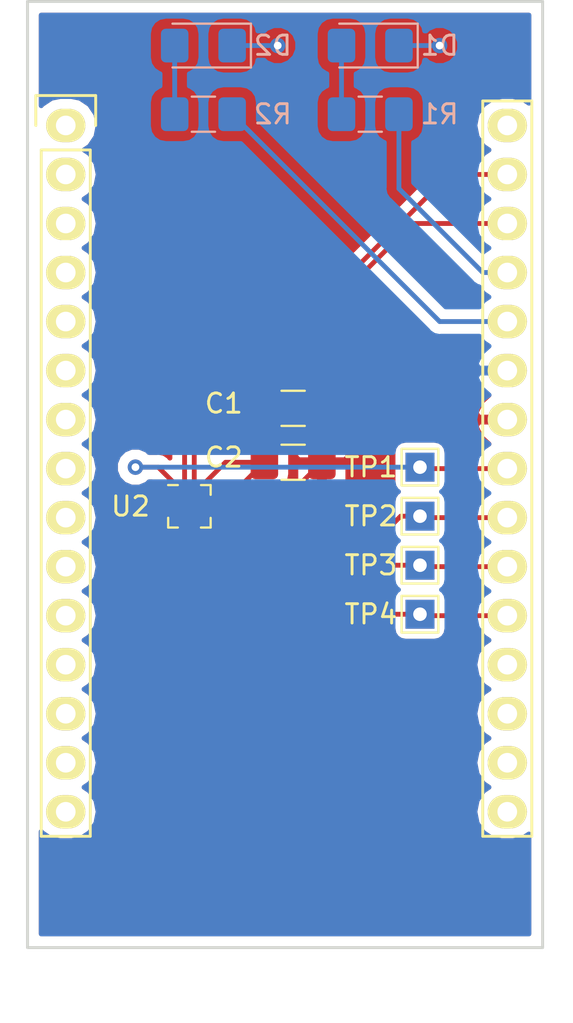
<source format=kicad_pcb>
(kicad_pcb (version 20171130) (host pcbnew 5.0.0-2.fc28)

  (general
    (thickness 1.6)
    (drawings 4)
    (tracks 69)
    (zones 0)
    (modules 12)
    (nets 33)
  )

  (page A4)
  (layers
    (0 F.Cu signal)
    (31 B.Cu signal)
    (32 B.Adhes user)
    (33 F.Adhes user)
    (34 B.Paste user)
    (35 F.Paste user)
    (36 B.SilkS user)
    (37 F.SilkS user)
    (38 B.Mask user)
    (39 F.Mask user)
    (40 Dwgs.User user)
    (41 Cmts.User user)
    (42 Eco1.User user)
    (43 Eco2.User user)
    (44 Edge.Cuts user)
    (45 Margin user)
    (46 B.CrtYd user)
    (47 F.CrtYd user)
    (48 B.Fab user)
    (49 F.Fab user)
  )

  (setup
    (last_trace_width 0.25)
    (user_trace_width 0.1)
    (trace_clearance 0.2)
    (zone_clearance 0.508)
    (zone_45_only no)
    (trace_min 0.1)
    (segment_width 0.2)
    (edge_width 0.15)
    (via_size 0.8)
    (via_drill 0.4)
    (via_min_size 0.4)
    (via_min_drill 0.3)
    (uvia_size 0.3)
    (uvia_drill 0.1)
    (uvias_allowed no)
    (uvia_min_size 0.2)
    (uvia_min_drill 0.1)
    (pcb_text_width 0.3)
    (pcb_text_size 1.5 1.5)
    (mod_edge_width 0.15)
    (mod_text_size 1 1)
    (mod_text_width 0.15)
    (pad_size 1.524 1.524)
    (pad_drill 0.762)
    (pad_to_mask_clearance 0.2)
    (aux_axis_origin 0 0)
    (visible_elements FFFFFF7F)
    (pcbplotparams
      (layerselection 0x010fc_ffffffff)
      (usegerberextensions false)
      (usegerberattributes false)
      (usegerberadvancedattributes false)
      (creategerberjobfile false)
      (excludeedgelayer true)
      (linewidth 0.100000)
      (plotframeref false)
      (viasonmask false)
      (mode 1)
      (useauxorigin false)
      (hpglpennumber 1)
      (hpglpenspeed 20)
      (hpglpendiameter 15.000000)
      (psnegative false)
      (psa4output false)
      (plotreference true)
      (plotvalue true)
      (plotinvisibletext false)
      (padsonsilk false)
      (subtractmaskfromsilk false)
      (outputformat 1)
      (mirror false)
      (drillshape 0)
      (scaleselection 1)
      (outputdirectory ""))
  )

  (net 0 "")
  (net 1 +3V3)
  (net 2 GND)
  (net 3 "Net-(D1-Pad2)")
  (net 4 "Net-(D2-Pad2)")
  (net 5 "Net-(R1-Pad1)")
  (net 6 "Net-(R2-Pad2)")
  (net 7 /SPI_CLK)
  (net 8 /SPI_MOSI)
  (net 9 /SPI_MISO)
  (net 10 /SPI_CS)
  (net 11 "Net-(U1-Pad1)")
  (net 12 "Net-(U1-Pad2)")
  (net 13 "Net-(U1-Pad3)")
  (net 14 "Net-(U1-Pad4)")
  (net 15 "Net-(U1-Pad5)")
  (net 16 "Net-(U1-Pad6)")
  (net 17 "Net-(U1-Pad7)")
  (net 18 "Net-(U1-Pad8)")
  (net 19 "Net-(U1-Pad9)")
  (net 20 "Net-(U1-Pad10)")
  (net 21 "Net-(U1-Pad11)")
  (net 22 "Net-(U1-Pad12)")
  (net 23 "Net-(U1-Pad13)")
  (net 24 "Net-(U1-Pad14)")
  (net 25 "Net-(U1-Pad15)")
  (net 26 "Net-(U1-Pad30)")
  (net 27 "Net-(U1-Pad18)")
  (net 28 "Net-(U1-Pad17)")
  (net 29 "Net-(U1-Pad19)")
  (net 30 "Net-(U1-Pad16)")
  (net 31 /INT2)
  (net 32 /INT1)

  (net_class Default "This is the default net class."
    (clearance 0.2)
    (trace_width 0.25)
    (via_dia 0.8)
    (via_drill 0.4)
    (uvia_dia 0.3)
    (uvia_drill 0.1)
    (add_net +3V3)
    (add_net /INT1)
    (add_net /INT2)
    (add_net /SPI_CLK)
    (add_net /SPI_CS)
    (add_net /SPI_MISO)
    (add_net /SPI_MOSI)
    (add_net GND)
    (add_net "Net-(D1-Pad2)")
    (add_net "Net-(D2-Pad2)")
    (add_net "Net-(R1-Pad1)")
    (add_net "Net-(R2-Pad2)")
    (add_net "Net-(U1-Pad1)")
    (add_net "Net-(U1-Pad10)")
    (add_net "Net-(U1-Pad11)")
    (add_net "Net-(U1-Pad12)")
    (add_net "Net-(U1-Pad13)")
    (add_net "Net-(U1-Pad14)")
    (add_net "Net-(U1-Pad15)")
    (add_net "Net-(U1-Pad16)")
    (add_net "Net-(U1-Pad17)")
    (add_net "Net-(U1-Pad18)")
    (add_net "Net-(U1-Pad19)")
    (add_net "Net-(U1-Pad2)")
    (add_net "Net-(U1-Pad3)")
    (add_net "Net-(U1-Pad30)")
    (add_net "Net-(U1-Pad4)")
    (add_net "Net-(U1-Pad5)")
    (add_net "Net-(U1-Pad6)")
    (add_net "Net-(U1-Pad7)")
    (add_net "Net-(U1-Pad8)")
    (add_net "Net-(U1-Pad9)")
  )

  (net_class small ""
    (clearance 0.2)
    (trace_width 0.1)
    (via_dia 0.8)
    (via_drill 0.4)
    (uvia_dia 0.3)
    (uvia_drill 0.1)
  )

  (module nodemcu:NodeMCU_Amica_R2 (layer F.Cu) (tedit 5B565107) (tstamp 5B62AD9D)
    (at 106.120001 55.955001)
    (descr "Through-hole-mounted NodeMCU 0.9")
    (tags nodemcu)
    (path /5B561535)
    (fp_text reference U1 (at 11.43 12.68) (layer F.SilkS) hide
      (effects (font (size 1 1) (thickness 0.15)))
    )
    (fp_text value NodeMCU_Amica_R2 (at 11.43 45.085) (layer F.Fab)
      (effects (font (size 2 2) (thickness 0.15)))
    )
    (fp_circle (center 0.108949 -4.318) (end 1.378949 -3.048) (layer F.CrtYd) (width 0.15))
    (fp_line (start 15.24 37.465) (end 15.24 42.545) (layer F.CrtYd) (width 0.15))
    (fp_line (start 7.62 37.465) (end 15.24 37.465) (layer F.CrtYd) (width 0.15))
    (fp_line (start 7.62 42.545) (end 7.62 37.465) (layer F.CrtYd) (width 0.15))
    (fp_line (start -1.905 42.545) (end -1.905 -6.35) (layer F.CrtYd) (width 0.15))
    (fp_line (start 24.765 42.545) (end -1.905 42.545) (layer F.CrtYd) (width 0.15))
    (fp_line (start 24.765 -6.35) (end 24.765 42.545) (layer F.CrtYd) (width 0.15))
    (fp_line (start -1.905 -6.35) (end 24.765 -6.35) (layer F.CrtYd) (width 0.15))
    (fp_line (start -1.27 1.27) (end -1.27 36.83) (layer F.SilkS) (width 0.15))
    (fp_line (start -1.27 36.83) (end 1.27 36.83) (layer F.SilkS) (width 0.15))
    (fp_line (start 1.27 36.83) (end 1.27 1.27) (layer F.SilkS) (width 0.15))
    (fp_line (start 1.55 -1.55) (end 1.55 0) (layer F.SilkS) (width 0.15))
    (fp_line (start 1.27 1.27) (end -1.27 1.27) (layer F.SilkS) (width 0.15))
    (fp_line (start -1.55 0) (end -1.55 -1.55) (layer F.SilkS) (width 0.15))
    (fp_line (start -1.55 -1.55) (end 1.55 -1.55) (layer F.SilkS) (width 0.15))
    (fp_line (start 21.59 36.83) (end 24.13 36.83) (layer F.SilkS) (width 0.15))
    (fp_line (start 21.59 -1.27) (end 21.59 36.83) (layer F.SilkS) (width 0.15))
    (fp_line (start 24.13 -1.27) (end 21.59 -1.27) (layer F.SilkS) (width 0.15))
    (fp_line (start 24.13 36.83) (end 24.13 -1.27) (layer F.SilkS) (width 0.15))
    (fp_circle (center 22.733 -4.318) (end 24.003 -3.048) (layer F.CrtYd) (width 0.15))
    (fp_circle (center 22.733 40.513) (end 24.003 41.783) (layer F.CrtYd) (width 0.15))
    (fp_circle (center 0.127 40.513) (end 1.397 41.783) (layer F.CrtYd) (width 0.15))
    (pad 1 thru_hole oval (at 0 0) (size 2.032 1.7272) (drill 1.016) (layers *.Cu *.Mask F.SilkS)
      (net 11 "Net-(U1-Pad1)"))
    (pad 2 thru_hole oval (at 0 2.54) (size 2.032 1.7272) (drill 1.016) (layers *.Cu *.Mask F.SilkS)
      (net 12 "Net-(U1-Pad2)"))
    (pad 3 thru_hole oval (at 0 5.08) (size 2.032 1.7272) (drill 1.016) (layers *.Cu *.Mask F.SilkS)
      (net 13 "Net-(U1-Pad3)"))
    (pad 4 thru_hole oval (at 0 7.62) (size 2.032 1.7272) (drill 1.016) (layers *.Cu *.Mask F.SilkS)
      (net 14 "Net-(U1-Pad4)"))
    (pad 5 thru_hole oval (at 0 10.16) (size 2.032 1.7272) (drill 1.016) (layers *.Cu *.Mask F.SilkS)
      (net 15 "Net-(U1-Pad5)"))
    (pad 6 thru_hole oval (at 0 12.7) (size 2.032 1.7272) (drill 1.016) (layers *.Cu *.Mask F.SilkS)
      (net 16 "Net-(U1-Pad6)"))
    (pad 7 thru_hole oval (at 0 15.24) (size 2.032 1.7272) (drill 1.016) (layers *.Cu *.Mask F.SilkS)
      (net 17 "Net-(U1-Pad7)"))
    (pad 8 thru_hole oval (at 0 17.78) (size 2.032 1.7272) (drill 1.016) (layers *.Cu *.Mask F.SilkS)
      (net 18 "Net-(U1-Pad8)"))
    (pad 9 thru_hole oval (at 0 20.32) (size 2.032 1.7272) (drill 1.016) (layers *.Cu *.Mask F.SilkS)
      (net 19 "Net-(U1-Pad9)"))
    (pad 10 thru_hole oval (at 0 22.86) (size 2.032 1.7272) (drill 1.016) (layers *.Cu *.Mask F.SilkS)
      (net 20 "Net-(U1-Pad10)"))
    (pad 11 thru_hole oval (at 0 25.4) (size 2.032 1.7272) (drill 1.016) (layers *.Cu *.Mask F.SilkS)
      (net 21 "Net-(U1-Pad11)"))
    (pad 12 thru_hole oval (at 0 27.94) (size 2.032 1.7272) (drill 1.016) (layers *.Cu *.Mask F.SilkS)
      (net 22 "Net-(U1-Pad12)"))
    (pad 13 thru_hole oval (at 0 30.48) (size 2.032 1.7272) (drill 1.016) (layers *.Cu *.Mask F.SilkS)
      (net 23 "Net-(U1-Pad13)"))
    (pad 14 thru_hole oval (at 0 33.02) (size 2.032 1.7272) (drill 1.016) (layers *.Cu *.Mask F.SilkS)
      (net 24 "Net-(U1-Pad14)"))
    (pad 15 thru_hole oval (at 0 35.56) (size 2.032 1.7272) (drill 1.016) (layers *.Cu *.Mask F.SilkS)
      (net 25 "Net-(U1-Pad15)"))
    (pad 30 thru_hole oval (at 22.86 0) (size 2.032 1.7272) (drill 1.016) (layers *.Cu *.Mask F.SilkS)
      (net 26 "Net-(U1-Pad30)"))
    (pad 18 thru_hole oval (at 22.86 30.48) (size 2.032 1.7272) (drill 1.016) (layers *.Cu *.Mask F.SilkS)
      (net 27 "Net-(U1-Pad18)"))
    (pad 17 thru_hole oval (at 22.86 33.02) (size 2.032 1.7272) (drill 1.016) (layers *.Cu *.Mask F.SilkS)
      (net 28 "Net-(U1-Pad17)"))
    (pad 19 thru_hole oval (at 22.86 27.94) (size 2.032 1.7272) (drill 1.016) (layers *.Cu *.Mask F.SilkS)
      (net 29 "Net-(U1-Pad19)"))
    (pad 25 thru_hole oval (at 22.86 12.7) (size 2.032 1.7272) (drill 1.016) (layers *.Cu *.Mask F.SilkS)
      (net 1 +3V3))
    (pad 26 thru_hole oval (at 22.86 10.16) (size 2.032 1.7272) (drill 1.016) (layers *.Cu *.Mask F.SilkS)
      (net 6 "Net-(R2-Pad2)"))
    (pad 24 thru_hole oval (at 22.86 15.24) (size 2.032 1.7272) (drill 1.016) (layers *.Cu *.Mask F.SilkS)
      (net 2 GND))
    (pad 16 thru_hole oval (at 22.86 35.56) (size 2.032 1.7272) (drill 1.016) (layers *.Cu *.Mask F.SilkS)
      (net 30 "Net-(U1-Pad16)"))
    (pad 22 thru_hole oval (at 22.86 20.32) (size 2.032 1.7272) (drill 1.016) (layers *.Cu *.Mask F.SilkS)
      (net 8 /SPI_MOSI))
    (pad 23 thru_hole oval (at 22.86 17.78) (size 2.032 1.7272) (drill 1.016) (layers *.Cu *.Mask F.SilkS)
      (net 7 /SPI_CLK))
    (pad 21 thru_hole oval (at 22.86 22.86) (size 2.032 1.7272) (drill 1.016) (layers *.Cu *.Mask F.SilkS)
      (net 9 /SPI_MISO))
    (pad 20 thru_hole oval (at 22.86 25.4) (size 2.032 1.7272) (drill 1.016) (layers *.Cu *.Mask F.SilkS)
      (net 10 /SPI_CS))
    (pad 28 thru_hole oval (at 22.86 5.08) (size 2.032 1.7272) (drill 1.016) (layers *.Cu *.Mask F.SilkS)
      (net 31 /INT2))
    (pad 27 thru_hole oval (at 22.86 7.62) (size 2.032 1.7272) (drill 1.016) (layers *.Cu *.Mask F.SilkS)
      (net 5 "Net-(R1-Pad1)"))
    (pad 29 thru_hole oval (at 22.86 2.54) (size 2.032 1.7272) (drill 1.016) (layers *.Cu *.Mask F.SilkS)
      (net 32 /INT1))
  )

  (module Package_LGA:LGA-12_2x2mm_P0.5mm (layer F.Cu) (tedit 5A0AAFFD) (tstamp 5B8B384B)
    (at 112.5225 75.688)
    (descr LGA12)
    (tags "lga land grid array")
    (path /5B86C59D)
    (attr smd)
    (fp_text reference U2 (at -3.0485 0.004) (layer F.SilkS)
      (effects (font (size 1 1) (thickness 0.15)))
    )
    (fp_text value LIS2HH12 (at 0 1.6) (layer F.Fab)
      (effects (font (size 1 1) (thickness 0.15)))
    )
    (fp_text user %R (at 0 0) (layer F.Fab)
      (effects (font (size 0.5 0.5) (thickness 0.075)))
    )
    (fp_line (start 1 -1) (end 1 1) (layer F.Fab) (width 0.1))
    (fp_line (start 1 1) (end -1 1) (layer F.Fab) (width 0.1))
    (fp_line (start -1 1) (end -1 -0.5) (layer F.Fab) (width 0.1))
    (fp_line (start -1 -0.5) (end -0.5 -1) (layer F.Fab) (width 0.1))
    (fp_line (start -0.5 -1) (end 1 -1) (layer F.Fab) (width 0.1))
    (fp_line (start 0.6 -1.1) (end 1.1 -1.1) (layer F.SilkS) (width 0.12))
    (fp_line (start 1.1 -1.1) (end 1.1 -0.6) (layer F.SilkS) (width 0.12))
    (fp_line (start 1.1 -0.6) (end 1.1 -0.6) (layer F.SilkS) (width 0.12))
    (fp_line (start 1.1 0.6) (end 1.1 1.1) (layer F.SilkS) (width 0.12))
    (fp_line (start 1.1 1.1) (end 0.6 1.1) (layer F.SilkS) (width 0.12))
    (fp_line (start 0.6 1.1) (end 0.6 1.1) (layer F.SilkS) (width 0.12))
    (fp_line (start -0.6 1.1) (end -1.1 1.1) (layer F.SilkS) (width 0.12))
    (fp_line (start -1.1 1.1) (end -1.1 0.6) (layer F.SilkS) (width 0.12))
    (fp_line (start -1.1 0.6) (end -1.1 0.6) (layer F.SilkS) (width 0.12))
    (fp_line (start -0.6 -1.1) (end -1.1 -1.1) (layer F.SilkS) (width 0.12))
    (fp_line (start -1.1 -1.1) (end -1.1 -1.1) (layer F.SilkS) (width 0.12))
    (fp_line (start 1.25 -1.25) (end 1.25 1.25) (layer F.CrtYd) (width 0.05))
    (fp_line (start 1.25 1.25) (end -1.25 1.25) (layer F.CrtYd) (width 0.05))
    (fp_line (start -1.25 1.25) (end -1.25 -1.25) (layer F.CrtYd) (width 0.05))
    (fp_line (start -1.25 -1.25) (end 1.25 -1.25) (layer F.CrtYd) (width 0.05))
    (pad 2 smd rect (at -0.7625 -0.25) (size 0.375 0.35) (layers F.Cu F.Paste F.Mask)
      (net 10 /SPI_CS))
    (pad 3 smd rect (at -0.7625 0.25) (size 0.375 0.35) (layers F.Cu F.Paste F.Mask)
      (net 9 /SPI_MISO))
    (pad 9 smd rect (at 0.7625 -0.25) (size 0.375 0.35) (layers F.Cu F.Paste F.Mask)
      (net 1 +3V3))
    (pad 8 smd rect (at 0.7625 0.25) (size 0.375 0.35) (layers F.Cu F.Paste F.Mask)
      (net 2 GND))
    (pad 4 smd rect (at -0.7625 0.75) (size 0.375 0.35) (layers F.Cu F.Paste F.Mask)
      (net 8 /SPI_MOSI))
    (pad 7 smd rect (at 0.7625 0.75) (size 0.375 0.35) (layers F.Cu F.Paste F.Mask)
      (net 2 GND))
    (pad 1 smd rect (at -0.7625 -0.75) (size 0.375 0.35) (layers F.Cu F.Paste F.Mask)
      (net 7 /SPI_CLK))
    (pad 10 smd rect (at 0.7625 -0.75) (size 0.375 0.35) (layers F.Cu F.Paste F.Mask)
      (net 1 +3V3))
    (pad 5 smd rect (at -0.25 0.7625 90) (size 0.375 0.35) (layers F.Cu F.Paste F.Mask)
      (net 2 GND))
    (pad 6 smd rect (at 0.25 0.7625 90) (size 0.375 0.35) (layers F.Cu F.Paste F.Mask)
      (net 2 GND))
    (pad 11 smd rect (at 0.25 -0.7625 90) (size 0.375 0.35) (layers F.Cu F.Paste F.Mask)
      (net 31 /INT2))
    (pad 12 smd rect (at -0.25 -0.7625 90) (size 0.375 0.35) (layers F.Cu F.Paste F.Mask)
      (net 32 /INT1))
    (model ${KISYS3DMOD}/Package_LGA.3dshapes/LGA-12_2x2mm_P0.5mm.wrl
      (at (xyz 0 0 0))
      (scale (xyz 1 1 1))
      (rotate (xyz 0 0 0))
    )
  )

  (module Capacitor_SMD:C_1206_3216Metric_Pad1.42x1.75mm_HandSolder (layer F.Cu) (tedit 5B301BBE) (tstamp 5B62B119)
    (at 117.8925 70.612 180)
    (descr "Capacitor SMD 1206 (3216 Metric), square (rectangular) end terminal, IPC_7351 nominal with elongated pad for handsoldering. (Body size source: http://www.tortai-tech.com/upload/download/2011102023233369053.pdf), generated with kicad-footprint-generator")
    (tags "capacitor handsolder")
    (path /5B561BD8)
    (attr smd)
    (fp_text reference C1 (at 3.5925 0.254 180) (layer F.SilkS)
      (effects (font (size 1 1) (thickness 0.15)))
    )
    (fp_text value 10uF (at 0 1.82 180) (layer F.Fab)
      (effects (font (size 1 1) (thickness 0.15)))
    )
    (fp_text user %R (at 3.3385 0 180) (layer F.Fab)
      (effects (font (size 0.8 0.8) (thickness 0.12)))
    )
    (fp_line (start 2.45 1.12) (end -2.45 1.12) (layer F.CrtYd) (width 0.05))
    (fp_line (start 2.45 -1.12) (end 2.45 1.12) (layer F.CrtYd) (width 0.05))
    (fp_line (start -2.45 -1.12) (end 2.45 -1.12) (layer F.CrtYd) (width 0.05))
    (fp_line (start -2.45 1.12) (end -2.45 -1.12) (layer F.CrtYd) (width 0.05))
    (fp_line (start -0.602064 0.91) (end 0.602064 0.91) (layer F.SilkS) (width 0.12))
    (fp_line (start -0.602064 -0.91) (end 0.602064 -0.91) (layer F.SilkS) (width 0.12))
    (fp_line (start 1.6 0.8) (end -1.6 0.8) (layer F.Fab) (width 0.1))
    (fp_line (start 1.6 -0.8) (end 1.6 0.8) (layer F.Fab) (width 0.1))
    (fp_line (start -1.6 -0.8) (end 1.6 -0.8) (layer F.Fab) (width 0.1))
    (fp_line (start -1.6 0.8) (end -1.6 -0.8) (layer F.Fab) (width 0.1))
    (pad 2 smd roundrect (at 1.4875 0 180) (size 1.425 1.75) (layers F.Cu F.Paste F.Mask) (roundrect_rratio 0.175439)
      (net 1 +3V3))
    (pad 1 smd roundrect (at -1.4875 0 180) (size 1.425 1.75) (layers F.Cu F.Paste F.Mask) (roundrect_rratio 0.175439)
      (net 2 GND))
    (model ${KISYS3DMOD}/Capacitor_SMD.3dshapes/C_1206_3216Metric.wrl
      (at (xyz 0 0 0))
      (scale (xyz 1 1 1))
      (rotate (xyz 0 0 0))
    )
  )

  (module Capacitor_SMD:C_1206_3216Metric_Pad1.42x1.75mm_HandSolder (layer F.Cu) (tedit 5B872F8A) (tstamp 5B62ACE5)
    (at 117.8925 73.406 180)
    (descr "Capacitor SMD 1206 (3216 Metric), square (rectangular) end terminal, IPC_7351 nominal with elongated pad for handsoldering. (Body size source: http://www.tortai-tech.com/upload/download/2011102023233369053.pdf), generated with kicad-footprint-generator")
    (tags "capacitor handsolder")
    (path /5B561B49)
    (attr smd)
    (fp_text reference C2 (at 3.5925 0.254 180) (layer F.SilkS)
      (effects (font (size 1 1) (thickness 0.15)))
    )
    (fp_text value 10nF (at 0 1.82 180) (layer F.Fab)
      (effects (font (size 1 1) (thickness 0.15)))
    )
    (fp_line (start -1.6 0.8) (end -1.6 -0.8) (layer F.Fab) (width 0.1))
    (fp_line (start -1.6 -0.8) (end 1.6 -0.8) (layer F.Fab) (width 0.1))
    (fp_line (start 1.6 -0.8) (end 1.6 0.8) (layer F.Fab) (width 0.1))
    (fp_line (start 1.6 0.8) (end -1.6 0.8) (layer F.Fab) (width 0.1))
    (fp_line (start -0.602064 -0.91) (end 0.602064 -0.91) (layer F.SilkS) (width 0.12))
    (fp_line (start -0.602064 0.91) (end 0.602064 0.91) (layer F.SilkS) (width 0.12))
    (fp_line (start -2.45 1.12) (end -2.45 -1.12) (layer F.CrtYd) (width 0.05))
    (fp_line (start -2.45 -1.12) (end 2.45 -1.12) (layer F.CrtYd) (width 0.05))
    (fp_line (start 2.45 -1.12) (end 2.45 1.12) (layer F.CrtYd) (width 0.05))
    (fp_line (start 2.45 1.12) (end -2.45 1.12) (layer F.CrtYd) (width 0.05))
    (fp_text user %R (at 0 0 180) (layer F.Fab)
      (effects (font (size 0.8 0.8) (thickness 0.12)))
    )
    (pad 1 smd roundrect (at -1.4875 0 180) (size 1.425 1.75) (layers F.Cu F.Paste F.Mask) (roundrect_rratio 0.175439)
      (net 2 GND))
    (pad 2 smd roundrect (at 1.4875 0 180) (size 1.425 1.75) (layers F.Cu F.Paste F.Mask) (roundrect_rratio 0.175439)
      (net 1 +3V3))
    (model ${KISYS3DMOD}/Capacitor_SMD.3dshapes/C_1206_3216Metric.wrl
      (at (xyz 0 0 0))
      (scale (xyz 1 1 1))
      (rotate (xyz 0 0 0))
    )
  )

  (module LED_SMD:LED_1206_3216Metric_Pad1.42x1.75mm_HandSolder (layer B.Cu) (tedit 5B4B45C9) (tstamp 5B8B7213)
    (at 121.8835 51.816 180)
    (descr "LED SMD 1206 (3216 Metric), square (rectangular) end terminal, IPC_7351 nominal, (Body size source: http://www.tortai-tech.com/upload/download/2011102023233369053.pdf), generated with kicad-footprint-generator")
    (tags "LED handsolder")
    (path /5B572D84)
    (attr smd)
    (fp_text reference D1 (at -3.5925 0 180) (layer B.SilkS)
      (effects (font (size 1 1) (thickness 0.15)) (justify mirror))
    )
    (fp_text value LED (at 0 -1.82 180) (layer B.Fab)
      (effects (font (size 1 1) (thickness 0.15)) (justify mirror))
    )
    (fp_line (start 1.6 0.8) (end -1.2 0.8) (layer B.Fab) (width 0.1))
    (fp_line (start -1.2 0.8) (end -1.6 0.4) (layer B.Fab) (width 0.1))
    (fp_line (start -1.6 0.4) (end -1.6 -0.8) (layer B.Fab) (width 0.1))
    (fp_line (start -1.6 -0.8) (end 1.6 -0.8) (layer B.Fab) (width 0.1))
    (fp_line (start 1.6 -0.8) (end 1.6 0.8) (layer B.Fab) (width 0.1))
    (fp_line (start 1.6 1.135) (end -2.46 1.135) (layer B.SilkS) (width 0.12))
    (fp_line (start -2.46 1.135) (end -2.46 -1.135) (layer B.SilkS) (width 0.12))
    (fp_line (start -2.46 -1.135) (end 1.6 -1.135) (layer B.SilkS) (width 0.12))
    (fp_line (start -2.45 -1.12) (end -2.45 1.12) (layer B.CrtYd) (width 0.05))
    (fp_line (start -2.45 1.12) (end 2.45 1.12) (layer B.CrtYd) (width 0.05))
    (fp_line (start 2.45 1.12) (end 2.45 -1.12) (layer B.CrtYd) (width 0.05))
    (fp_line (start 2.45 -1.12) (end -2.45 -1.12) (layer B.CrtYd) (width 0.05))
    (fp_text user %R (at 0 0 180) (layer B.Fab)
      (effects (font (size 0.8 0.8) (thickness 0.12)) (justify mirror))
    )
    (pad 1 smd roundrect (at -1.4875 0 180) (size 1.425 1.75) (layers B.Cu B.Paste B.Mask) (roundrect_rratio 0.175439)
      (net 2 GND))
    (pad 2 smd roundrect (at 1.4875 0 180) (size 1.425 1.75) (layers B.Cu B.Paste B.Mask) (roundrect_rratio 0.175439)
      (net 3 "Net-(D1-Pad2)"))
    (model ${KISYS3DMOD}/LED_SMD.3dshapes/LED_1206_3216Metric.wrl
      (at (xyz 0 0 0))
      (scale (xyz 1 1 1))
      (rotate (xyz 0 0 0))
    )
  )

  (module LED_SMD:LED_1206_3216Metric_Pad1.42x1.75mm_HandSolder (layer B.Cu) (tedit 5B4B45C9) (tstamp 5B8B6965)
    (at 113.2475 51.816 180)
    (descr "LED SMD 1206 (3216 Metric), square (rectangular) end terminal, IPC_7351 nominal, (Body size source: http://www.tortai-tech.com/upload/download/2011102023233369053.pdf), generated with kicad-footprint-generator")
    (tags "LED handsolder")
    (path /5B572EFB)
    (attr smd)
    (fp_text reference D2 (at -3.5925 0 180) (layer B.SilkS)
      (effects (font (size 1 1) (thickness 0.15)) (justify mirror))
    )
    (fp_text value LED (at 0 -1.82 180) (layer B.Fab)
      (effects (font (size 1 1) (thickness 0.15)) (justify mirror))
    )
    (fp_text user %R (at 0 0 180) (layer B.Fab)
      (effects (font (size 0.8 0.8) (thickness 0.12)) (justify mirror))
    )
    (fp_line (start 2.45 -1.12) (end -2.45 -1.12) (layer B.CrtYd) (width 0.05))
    (fp_line (start 2.45 1.12) (end 2.45 -1.12) (layer B.CrtYd) (width 0.05))
    (fp_line (start -2.45 1.12) (end 2.45 1.12) (layer B.CrtYd) (width 0.05))
    (fp_line (start -2.45 -1.12) (end -2.45 1.12) (layer B.CrtYd) (width 0.05))
    (fp_line (start -2.46 -1.135) (end 1.6 -1.135) (layer B.SilkS) (width 0.12))
    (fp_line (start -2.46 1.135) (end -2.46 -1.135) (layer B.SilkS) (width 0.12))
    (fp_line (start 1.6 1.135) (end -2.46 1.135) (layer B.SilkS) (width 0.12))
    (fp_line (start 1.6 -0.8) (end 1.6 0.8) (layer B.Fab) (width 0.1))
    (fp_line (start -1.6 -0.8) (end 1.6 -0.8) (layer B.Fab) (width 0.1))
    (fp_line (start -1.6 0.4) (end -1.6 -0.8) (layer B.Fab) (width 0.1))
    (fp_line (start -1.2 0.8) (end -1.6 0.4) (layer B.Fab) (width 0.1))
    (fp_line (start 1.6 0.8) (end -1.2 0.8) (layer B.Fab) (width 0.1))
    (pad 2 smd roundrect (at 1.4875 0 180) (size 1.425 1.75) (layers B.Cu B.Paste B.Mask) (roundrect_rratio 0.175439)
      (net 4 "Net-(D2-Pad2)"))
    (pad 1 smd roundrect (at -1.4875 0 180) (size 1.425 1.75) (layers B.Cu B.Paste B.Mask) (roundrect_rratio 0.175439)
      (net 2 GND))
    (model ${KISYS3DMOD}/LED_SMD.3dshapes/LED_1206_3216Metric.wrl
      (at (xyz 0 0 0))
      (scale (xyz 1 1 1))
      (rotate (xyz 0 0 0))
    )
  )

  (module Resistor_SMD:R_1206_3216Metric_Pad1.42x1.75mm_HandSolder (layer B.Cu) (tedit 5B301BBD) (tstamp 5B62AD1C)
    (at 121.8835 55.372 180)
    (descr "Resistor SMD 1206 (3216 Metric), square (rectangular) end terminal, IPC_7351 nominal with elongated pad for handsoldering. (Body size source: http://www.tortai-tech.com/upload/download/2011102023233369053.pdf), generated with kicad-footprint-generator")
    (tags "resistor handsolder")
    (path /5B572F7C)
    (attr smd)
    (fp_text reference R1 (at -3.5925 0 180) (layer B.SilkS)
      (effects (font (size 1 1) (thickness 0.15)) (justify mirror))
    )
    (fp_text value R (at 0 -1.82 180) (layer B.Fab)
      (effects (font (size 1 1) (thickness 0.15)) (justify mirror))
    )
    (fp_line (start -1.6 -0.8) (end -1.6 0.8) (layer B.Fab) (width 0.1))
    (fp_line (start -1.6 0.8) (end 1.6 0.8) (layer B.Fab) (width 0.1))
    (fp_line (start 1.6 0.8) (end 1.6 -0.8) (layer B.Fab) (width 0.1))
    (fp_line (start 1.6 -0.8) (end -1.6 -0.8) (layer B.Fab) (width 0.1))
    (fp_line (start -0.602064 0.91) (end 0.602064 0.91) (layer B.SilkS) (width 0.12))
    (fp_line (start -0.602064 -0.91) (end 0.602064 -0.91) (layer B.SilkS) (width 0.12))
    (fp_line (start -2.45 -1.12) (end -2.45 1.12) (layer B.CrtYd) (width 0.05))
    (fp_line (start -2.45 1.12) (end 2.45 1.12) (layer B.CrtYd) (width 0.05))
    (fp_line (start 2.45 1.12) (end 2.45 -1.12) (layer B.CrtYd) (width 0.05))
    (fp_line (start 2.45 -1.12) (end -2.45 -1.12) (layer B.CrtYd) (width 0.05))
    (fp_text user %R (at 0 0 180) (layer B.Fab)
      (effects (font (size 0.8 0.8) (thickness 0.12)) (justify mirror))
    )
    (pad 1 smd roundrect (at -1.4875 0 180) (size 1.425 1.75) (layers B.Cu B.Paste B.Mask) (roundrect_rratio 0.175439)
      (net 5 "Net-(R1-Pad1)"))
    (pad 2 smd roundrect (at 1.4875 0 180) (size 1.425 1.75) (layers B.Cu B.Paste B.Mask) (roundrect_rratio 0.175439)
      (net 3 "Net-(D1-Pad2)"))
    (model ${KISYS3DMOD}/Resistor_SMD.3dshapes/R_1206_3216Metric.wrl
      (at (xyz 0 0 0))
      (scale (xyz 1 1 1))
      (rotate (xyz 0 0 0))
    )
  )

  (module Resistor_SMD:R_1206_3216Metric_Pad1.42x1.75mm_HandSolder (layer B.Cu) (tedit 5B301BBD) (tstamp 5B62AD2D)
    (at 113.2475 55.372)
    (descr "Resistor SMD 1206 (3216 Metric), square (rectangular) end terminal, IPC_7351 nominal with elongated pad for handsoldering. (Body size source: http://www.tortai-tech.com/upload/download/2011102023233369053.pdf), generated with kicad-footprint-generator")
    (tags "resistor handsolder")
    (path /5B57300A)
    (attr smd)
    (fp_text reference R2 (at 3.5925 0) (layer B.SilkS)
      (effects (font (size 1 1) (thickness 0.15)) (justify mirror))
    )
    (fp_text value R (at 0 -1.82) (layer B.Fab)
      (effects (font (size 1 1) (thickness 0.15)) (justify mirror))
    )
    (fp_text user %R (at 0 0) (layer B.Fab)
      (effects (font (size 0.8 0.8) (thickness 0.12)) (justify mirror))
    )
    (fp_line (start 2.45 -1.12) (end -2.45 -1.12) (layer B.CrtYd) (width 0.05))
    (fp_line (start 2.45 1.12) (end 2.45 -1.12) (layer B.CrtYd) (width 0.05))
    (fp_line (start -2.45 1.12) (end 2.45 1.12) (layer B.CrtYd) (width 0.05))
    (fp_line (start -2.45 -1.12) (end -2.45 1.12) (layer B.CrtYd) (width 0.05))
    (fp_line (start -0.602064 -0.91) (end 0.602064 -0.91) (layer B.SilkS) (width 0.12))
    (fp_line (start -0.602064 0.91) (end 0.602064 0.91) (layer B.SilkS) (width 0.12))
    (fp_line (start 1.6 -0.8) (end -1.6 -0.8) (layer B.Fab) (width 0.1))
    (fp_line (start 1.6 0.8) (end 1.6 -0.8) (layer B.Fab) (width 0.1))
    (fp_line (start -1.6 0.8) (end 1.6 0.8) (layer B.Fab) (width 0.1))
    (fp_line (start -1.6 -0.8) (end -1.6 0.8) (layer B.Fab) (width 0.1))
    (pad 2 smd roundrect (at 1.4875 0) (size 1.425 1.75) (layers B.Cu B.Paste B.Mask) (roundrect_rratio 0.175439)
      (net 6 "Net-(R2-Pad2)"))
    (pad 1 smd roundrect (at -1.4875 0) (size 1.425 1.75) (layers B.Cu B.Paste B.Mask) (roundrect_rratio 0.175439)
      (net 4 "Net-(D2-Pad2)"))
    (model ${KISYS3DMOD}/Resistor_SMD.3dshapes/R_1206_3216Metric.wrl
      (at (xyz 0 0 0))
      (scale (xyz 1 1 1))
      (rotate (xyz 0 0 0))
    )
  )

  (module TestPoint:TestPoint_THTPad_1.5x1.5mm_Drill0.7mm (layer F.Cu) (tedit 5A0F774F) (tstamp 5B62AD3B)
    (at 124.46 73.66)
    (descr "THT rectangular pad as test Point, square 1.5mm side length, hole diameter 0.7mm")
    (tags "test point THT pad rectangle square")
    (path /5B576E75)
    (attr virtual)
    (fp_text reference TP1 (at -2.54 0) (layer F.SilkS)
      (effects (font (size 1 1) (thickness 0.15)))
    )
    (fp_text value TestPoint (at 0 1.75) (layer F.Fab)
      (effects (font (size 1 1) (thickness 0.15)))
    )
    (fp_text user %R (at -2.54 0) (layer F.Fab)
      (effects (font (size 1 1) (thickness 0.15)))
    )
    (fp_line (start -0.95 -0.95) (end 0.95 -0.95) (layer F.SilkS) (width 0.12))
    (fp_line (start 0.95 -0.95) (end 0.95 0.95) (layer F.SilkS) (width 0.12))
    (fp_line (start 0.95 0.95) (end -0.95 0.95) (layer F.SilkS) (width 0.12))
    (fp_line (start -0.95 0.95) (end -0.95 -0.95) (layer F.SilkS) (width 0.12))
    (fp_line (start -1.25 -1.25) (end 1.25 -1.25) (layer F.CrtYd) (width 0.05))
    (fp_line (start -1.25 -1.25) (end -1.25 1.25) (layer F.CrtYd) (width 0.05))
    (fp_line (start 1.25 1.25) (end 1.25 -1.25) (layer F.CrtYd) (width 0.05))
    (fp_line (start 1.25 1.25) (end -1.25 1.25) (layer F.CrtYd) (width 0.05))
    (pad 1 thru_hole rect (at 0 0) (size 1.5 1.5) (drill 0.7) (layers *.Cu *.Mask)
      (net 7 /SPI_CLK))
  )

  (module TestPoint:TestPoint_THTPad_1.5x1.5mm_Drill0.7mm (layer F.Cu) (tedit 5A0F774F) (tstamp 5B62AD49)
    (at 124.46 76.2)
    (descr "THT rectangular pad as test Point, square 1.5mm side length, hole diameter 0.7mm")
    (tags "test point THT pad rectangle square")
    (path /5B576F2C)
    (attr virtual)
    (fp_text reference TP2 (at -2.54 0) (layer F.SilkS)
      (effects (font (size 1 1) (thickness 0.15)))
    )
    (fp_text value TestPoint (at 0 1.75) (layer F.Fab)
      (effects (font (size 1 1) (thickness 0.15)))
    )
    (fp_line (start 1.25 1.25) (end -1.25 1.25) (layer F.CrtYd) (width 0.05))
    (fp_line (start 1.25 1.25) (end 1.25 -1.25) (layer F.CrtYd) (width 0.05))
    (fp_line (start -1.25 -1.25) (end -1.25 1.25) (layer F.CrtYd) (width 0.05))
    (fp_line (start -1.25 -1.25) (end 1.25 -1.25) (layer F.CrtYd) (width 0.05))
    (fp_line (start -0.95 0.95) (end -0.95 -0.95) (layer F.SilkS) (width 0.12))
    (fp_line (start 0.95 0.95) (end -0.95 0.95) (layer F.SilkS) (width 0.12))
    (fp_line (start 0.95 -0.95) (end 0.95 0.95) (layer F.SilkS) (width 0.12))
    (fp_line (start -0.95 -0.95) (end 0.95 -0.95) (layer F.SilkS) (width 0.12))
    (fp_text user %R (at -2.54 0) (layer F.Fab)
      (effects (font (size 1 1) (thickness 0.15)))
    )
    (pad 1 thru_hole rect (at 0 0) (size 1.5 1.5) (drill 0.7) (layers *.Cu *.Mask)
      (net 8 /SPI_MOSI))
  )

  (module TestPoint:TestPoint_THTPad_1.5x1.5mm_Drill0.7mm (layer F.Cu) (tedit 5A0F774F) (tstamp 5B62AD57)
    (at 124.46 78.74)
    (descr "THT rectangular pad as test Point, square 1.5mm side length, hole diameter 0.7mm")
    (tags "test point THT pad rectangle square")
    (path /5B576FDA)
    (attr virtual)
    (fp_text reference TP3 (at -2.54 0) (layer F.SilkS)
      (effects (font (size 1 1) (thickness 0.15)))
    )
    (fp_text value TestPoint (at 0 1.75) (layer F.Fab)
      (effects (font (size 1 1) (thickness 0.15)))
    )
    (fp_text user %R (at -2.54 0) (layer F.Fab)
      (effects (font (size 1 1) (thickness 0.15)))
    )
    (fp_line (start -0.95 -0.95) (end 0.95 -0.95) (layer F.SilkS) (width 0.12))
    (fp_line (start 0.95 -0.95) (end 0.95 0.95) (layer F.SilkS) (width 0.12))
    (fp_line (start 0.95 0.95) (end -0.95 0.95) (layer F.SilkS) (width 0.12))
    (fp_line (start -0.95 0.95) (end -0.95 -0.95) (layer F.SilkS) (width 0.12))
    (fp_line (start -1.25 -1.25) (end 1.25 -1.25) (layer F.CrtYd) (width 0.05))
    (fp_line (start -1.25 -1.25) (end -1.25 1.25) (layer F.CrtYd) (width 0.05))
    (fp_line (start 1.25 1.25) (end 1.25 -1.25) (layer F.CrtYd) (width 0.05))
    (fp_line (start 1.25 1.25) (end -1.25 1.25) (layer F.CrtYd) (width 0.05))
    (pad 1 thru_hole rect (at 0 0) (size 1.5 1.5) (drill 0.7) (layers *.Cu *.Mask)
      (net 9 /SPI_MISO))
  )

  (module TestPoint:TestPoint_THTPad_1.5x1.5mm_Drill0.7mm (layer F.Cu) (tedit 5A0F774F) (tstamp 5B62AD65)
    (at 124.46 81.28)
    (descr "THT rectangular pad as test Point, square 1.5mm side length, hole diameter 0.7mm")
    (tags "test point THT pad rectangle square")
    (path /5B5770A9)
    (attr virtual)
    (fp_text reference TP4 (at -2.54 0) (layer F.SilkS)
      (effects (font (size 1 1) (thickness 0.15)))
    )
    (fp_text value TestPoint (at 0 1.75) (layer F.Fab)
      (effects (font (size 1 1) (thickness 0.15)))
    )
    (fp_line (start 1.25 1.25) (end -1.25 1.25) (layer F.CrtYd) (width 0.05))
    (fp_line (start 1.25 1.25) (end 1.25 -1.25) (layer F.CrtYd) (width 0.05))
    (fp_line (start -1.25 -1.25) (end -1.25 1.25) (layer F.CrtYd) (width 0.05))
    (fp_line (start -1.25 -1.25) (end 1.25 -1.25) (layer F.CrtYd) (width 0.05))
    (fp_line (start -0.95 0.95) (end -0.95 -0.95) (layer F.SilkS) (width 0.12))
    (fp_line (start 0.95 0.95) (end -0.95 0.95) (layer F.SilkS) (width 0.12))
    (fp_line (start 0.95 -0.95) (end 0.95 0.95) (layer F.SilkS) (width 0.12))
    (fp_line (start -0.95 -0.95) (end 0.95 -0.95) (layer F.SilkS) (width 0.12))
    (fp_text user %R (at -2.54 0) (layer F.Fab)
      (effects (font (size 1 1) (thickness 0.15)))
    )
    (pad 1 thru_hole rect (at 0 0) (size 1.5 1.5) (drill 0.7) (layers *.Cu *.Mask)
      (net 10 /SPI_CS))
  )

  (gr_line (start 104.14 98.552) (end 104.14 49.53) (layer Edge.Cuts) (width 0.15))
  (gr_line (start 130.81 98.552) (end 104.14 98.552) (layer Edge.Cuts) (width 0.15))
  (gr_line (start 130.81 49.53) (end 130.81 98.552) (layer Edge.Cuts) (width 0.15))
  (gr_line (start 104.14 49.53) (end 130.81 49.53) (layer Edge.Cuts) (width 0.15))

  (via (at 117.094 51.816) (size 0.8) (drill 0.4) (layers F.Cu B.Cu) (net 2))
  (segment (start 114.735 51.816) (end 117.094 51.816) (width 0.25) (layer B.Cu) (net 2))
  (via (at 125.476 51.816) (size 0.8) (drill 0.4) (layers F.Cu B.Cu) (net 2))
  (segment (start 123.371 51.816) (end 125.476 51.816) (width 0.25) (layer B.Cu) (net 2))
  (segment (start 120.396 55.372) (end 120.396 51.816) (width 0.25) (layer B.Cu) (net 3))
  (segment (start 111.76 55.372) (end 111.76 51.816) (width 0.25) (layer B.Cu) (net 4))
  (segment (start 123.371 56.347) (end 123.371 55.372) (width 0.25) (layer B.Cu) (net 5))
  (segment (start 123.371 59.232) (end 123.371 56.347) (width 0.25) (layer B.Cu) (net 5))
  (segment (start 127.714001 63.575001) (end 123.371 59.232) (width 0.25) (layer B.Cu) (net 5))
  (segment (start 128.980001 63.575001) (end 127.714001 63.575001) (width 0.25) (layer B.Cu) (net 5))
  (segment (start 125.478001 66.115001) (end 114.735 55.372) (width 0.25) (layer B.Cu) (net 6))
  (segment (start 128.980001 66.115001) (end 125.478001 66.115001) (width 0.25) (layer B.Cu) (net 6))
  (segment (start 124.535001 73.735001) (end 124.46 73.66) (width 0.25) (layer F.Cu) (net 7))
  (segment (start 128.980001 73.735001) (end 124.535001 73.735001) (width 0.25) (layer F.Cu) (net 7))
  (segment (start 116.405 70.612) (end 116.405 73.406) (width 0.25) (layer F.Cu) (net 1))
  (segment (start 114.392 73.406) (end 113.285 74.513) (width 0.25) (layer F.Cu) (net 1))
  (segment (start 113.285 74.513) (end 113.285 74.938) (width 0.25) (layer F.Cu) (net 1))
  (segment (start 116.405 73.406) (end 114.392 73.406) (width 0.25) (layer F.Cu) (net 1))
  (segment (start 114.373 75.438) (end 116.405 73.406) (width 0.25) (layer F.Cu) (net 1))
  (segment (start 113.285 75.438) (end 114.373 75.438) (width 0.25) (layer F.Cu) (net 1))
  (segment (start 118.361999 68.655001) (end 128.980001 68.655001) (width 0.25) (layer F.Cu) (net 1))
  (segment (start 116.405 70.612) (end 118.361999 68.655001) (width 0.25) (layer F.Cu) (net 1))
  (segment (start 119.38 70.612) (end 119.38 73.406) (width 0.25) (layer F.Cu) (net 2))
  (segment (start 118.608653 74.177347) (end 119.38 73.406) (width 0.25) (layer F.Cu) (net 2))
  (segment (start 116.844368 74.60601) (end 118.17999 74.60601) (width 0.25) (layer F.Cu) (net 2))
  (segment (start 115.512378 75.938) (end 116.844368 74.60601) (width 0.25) (layer F.Cu) (net 2))
  (segment (start 118.17999 74.60601) (end 118.608653 74.177347) (width 0.25) (layer F.Cu) (net 2))
  (segment (start 113.285 75.938) (end 115.512378 75.938) (width 0.25) (layer F.Cu) (net 2))
  (segment (start 113.285 75.938) (end 113.285 76.438) (width 0.25) (layer F.Cu) (net 2))
  (segment (start 112.785 76.438) (end 112.7725 76.4505) (width 0.25) (layer F.Cu) (net 2))
  (segment (start 113.285 76.438) (end 112.785 76.438) (width 0.25) (layer F.Cu) (net 2))
  (segment (start 112.7725 76.4505) (end 112.2725 76.4505) (width 0.25) (layer F.Cu) (net 2))
  (segment (start 119.963001 71.195001) (end 119.38 70.612) (width 0.25) (layer F.Cu) (net 2))
  (segment (start 128.980001 71.195001) (end 119.963001 71.195001) (width 0.25) (layer F.Cu) (net 2))
  (via (at 109.728 73.66) (size 0.8) (drill 0.4) (layers F.Cu B.Cu) (net 7))
  (segment (start 124.46 73.66) (end 109.728 73.66) (width 0.25) (layer B.Cu) (net 7))
  (segment (start 111.76 74.513) (end 111.76 74.938) (width 0.25) (layer F.Cu) (net 7))
  (segment (start 110.907 73.66) (end 111.76 74.513) (width 0.25) (layer F.Cu) (net 7))
  (segment (start 109.728 73.66) (end 110.907 73.66) (width 0.25) (layer F.Cu) (net 7))
  (segment (start 124.535001 76.275001) (end 124.46 76.2) (width 0.25) (layer F.Cu) (net 8))
  (segment (start 128.980001 76.275001) (end 124.535001 76.275001) (width 0.25) (layer F.Cu) (net 8))
  (segment (start 111.76 76.885502) (end 111.76 76.863) (width 0.25) (layer F.Cu) (net 8))
  (segment (start 111.76 76.863) (end 111.76 76.438) (width 0.25) (layer F.Cu) (net 8))
  (segment (start 111.837499 76.963001) (end 111.76 76.885502) (width 0.25) (layer F.Cu) (net 8))
  (segment (start 122.696999 76.963001) (end 111.837499 76.963001) (width 0.25) (layer F.Cu) (net 8))
  (segment (start 123.46 76.2) (end 122.696999 76.963001) (width 0.25) (layer F.Cu) (net 8))
  (segment (start 124.46 76.2) (end 123.46 76.2) (width 0.25) (layer F.Cu) (net 8))
  (segment (start 124.535001 78.815001) (end 124.46 78.74) (width 0.25) (layer F.Cu) (net 9))
  (segment (start 128.980001 78.815001) (end 124.535001 78.815001) (width 0.25) (layer F.Cu) (net 9))
  (segment (start 112.978088 78.74) (end 110.998 76.759912) (width 0.25) (layer F.Cu) (net 9))
  (segment (start 124.46 78.74) (end 112.978088 78.74) (width 0.25) (layer F.Cu) (net 9))
  (segment (start 110.998 76.759912) (end 110.998 76.2) (width 0.25) (layer F.Cu) (net 9))
  (segment (start 111.26 75.938) (end 111.76 75.938) (width 0.25) (layer F.Cu) (net 9))
  (segment (start 110.998 76.2) (end 111.26 75.938) (width 0.25) (layer F.Cu) (net 9))
  (segment (start 124.535001 81.355001) (end 124.46 81.28) (width 0.25) (layer F.Cu) (net 10))
  (segment (start 128.980001 81.355001) (end 124.535001 81.355001) (width 0.25) (layer F.Cu) (net 10))
  (segment (start 110.54799 76.946312) (end 110.54799 75.63401) (width 0.25) (layer F.Cu) (net 10))
  (segment (start 124.46 81.28) (end 114.881678 81.28) (width 0.25) (layer F.Cu) (net 10))
  (segment (start 114.881678 81.28) (end 110.54799 76.946312) (width 0.25) (layer F.Cu) (net 10))
  (segment (start 110.744 75.438) (end 111.76 75.438) (width 0.25) (layer F.Cu) (net 10))
  (segment (start 110.54799 75.63401) (end 110.744 75.438) (width 0.25) (layer F.Cu) (net 10))
  (segment (start 112.7725 74.488) (end 112.7725 74.9255) (width 0.25) (layer F.Cu) (net 31))
  (segment (start 112.7725 72.34381) (end 112.7725 74.488) (width 0.25) (layer F.Cu) (net 31))
  (segment (start 124.081309 61.035001) (end 112.7725 72.34381) (width 0.25) (layer F.Cu) (net 31))
  (segment (start 128.980001 61.035001) (end 124.081309 61.035001) (width 0.25) (layer F.Cu) (net 31))
  (segment (start 112.2725 72.2074) (end 112.2725 74.488) (width 0.25) (layer F.Cu) (net 32))
  (segment (start 125.984899 58.495001) (end 112.2725 72.2074) (width 0.25) (layer F.Cu) (net 32))
  (segment (start 112.2725 74.488) (end 112.2725 74.9255) (width 0.25) (layer F.Cu) (net 32))
  (segment (start 128.980001 58.495001) (end 125.984899 58.495001) (width 0.25) (layer F.Cu) (net 32))

  (zone (net 2) (net_name GND) (layer F.Cu) (tstamp 0) (hatch edge 0.508)
    (connect_pads (clearance 0.508))
    (min_thickness 0.254)
    (fill yes (arc_segments 16) (thermal_gap 0.508) (thermal_bridge_width 0.508))
    (polygon
      (pts
        (xy 104.14 49.53) (xy 130.81 49.53) (xy 130.81 98.552) (xy 104.14 98.425)
      )
    )
    (filled_polygon
      (pts
        (xy 130.1 54.79918) (xy 129.717126 54.543351) (xy 129.279999 54.456401) (xy 128.680003 54.456401) (xy 128.242876 54.543351)
        (xy 127.747171 54.874571) (xy 127.415951 55.370276) (xy 127.299642 55.955001) (xy 127.415951 56.539726) (xy 127.747171 57.035431)
        (xy 128.030882 57.225001) (xy 127.747171 57.414571) (xy 127.533066 57.735001) (xy 126.059747 57.735001) (xy 125.984899 57.720113)
        (xy 125.910051 57.735001) (xy 125.910047 57.735001) (xy 125.688362 57.779097) (xy 125.43697 57.947072) (xy 125.39457 58.010528)
        (xy 111.78803 71.617069) (xy 111.724571 71.659471) (xy 111.556596 71.910864) (xy 111.5125 72.132549) (xy 111.5125 72.132553)
        (xy 111.497612 72.2074) (xy 111.5125 72.282247) (xy 111.5125 73.190699) (xy 111.497331 73.17553) (xy 111.454929 73.112071)
        (xy 111.203537 72.944096) (xy 110.981852 72.9) (xy 110.981847 72.9) (xy 110.907 72.885112) (xy 110.832153 72.9)
        (xy 110.431711 72.9) (xy 110.31428 72.782569) (xy 109.933874 72.625) (xy 109.522126 72.625) (xy 109.14172 72.782569)
        (xy 108.850569 73.07372) (xy 108.693 73.454126) (xy 108.693 73.865874) (xy 108.850569 74.24628) (xy 109.14172 74.537431)
        (xy 109.522126 74.695) (xy 109.933874 74.695) (xy 110.31428 74.537431) (xy 110.431711 74.42) (xy 110.592199 74.42)
        (xy 110.850198 74.678) (xy 110.818846 74.678) (xy 110.743999 74.663112) (xy 110.669152 74.678) (xy 110.669148 74.678)
        (xy 110.447463 74.722096) (xy 110.196071 74.890071) (xy 110.153669 74.95353) (xy 110.063518 75.043681) (xy 110.000062 75.086081)
        (xy 109.957662 75.149537) (xy 109.957661 75.149538) (xy 109.832087 75.337473) (xy 109.773102 75.63401) (xy 109.787991 75.708861)
        (xy 109.78799 76.871465) (xy 109.773102 76.946312) (xy 109.78799 77.021159) (xy 109.78799 77.021163) (xy 109.832086 77.242848)
        (xy 110.000061 77.494241) (xy 110.06352 77.536643) (xy 114.291351 81.764476) (xy 114.333749 81.827929) (xy 114.397202 81.870327)
        (xy 114.397204 81.870329) (xy 114.501065 81.939726) (xy 114.585141 81.995904) (xy 114.806826 82.04) (xy 114.80683 82.04)
        (xy 114.881677 82.054888) (xy 114.956524 82.04) (xy 123.064549 82.04) (xy 123.111843 82.277765) (xy 123.252191 82.487809)
        (xy 123.462235 82.628157) (xy 123.71 82.67744) (xy 125.21 82.67744) (xy 125.457765 82.628157) (xy 125.667809 82.487809)
        (xy 125.808157 82.277765) (xy 125.840532 82.115001) (xy 127.533066 82.115001) (xy 127.747171 82.435431) (xy 128.030882 82.625001)
        (xy 127.747171 82.814571) (xy 127.415951 83.310276) (xy 127.299642 83.895001) (xy 127.415951 84.479726) (xy 127.747171 84.975431)
        (xy 128.030882 85.165001) (xy 127.747171 85.354571) (xy 127.415951 85.850276) (xy 127.299642 86.435001) (xy 127.415951 87.019726)
        (xy 127.747171 87.515431) (xy 128.030882 87.705001) (xy 127.747171 87.894571) (xy 127.415951 88.390276) (xy 127.299642 88.975001)
        (xy 127.415951 89.559726) (xy 127.747171 90.055431) (xy 128.030882 90.245001) (xy 127.747171 90.434571) (xy 127.415951 90.930276)
        (xy 127.299642 91.515001) (xy 127.415951 92.099726) (xy 127.747171 92.595431) (xy 128.242876 92.926651) (xy 128.680003 93.013601)
        (xy 129.279999 93.013601) (xy 129.717126 92.926651) (xy 130.100001 92.670822) (xy 130.100001 97.842) (xy 104.85 97.842)
        (xy 104.85 92.539801) (xy 104.887171 92.595431) (xy 105.382876 92.926651) (xy 105.820003 93.013601) (xy 106.419999 93.013601)
        (xy 106.857126 92.926651) (xy 107.352831 92.595431) (xy 107.684051 92.099726) (xy 107.80036 91.515001) (xy 107.684051 90.930276)
        (xy 107.352831 90.434571) (xy 107.06912 90.245001) (xy 107.352831 90.055431) (xy 107.684051 89.559726) (xy 107.80036 88.975001)
        (xy 107.684051 88.390276) (xy 107.352831 87.894571) (xy 107.06912 87.705001) (xy 107.352831 87.515431) (xy 107.684051 87.019726)
        (xy 107.80036 86.435001) (xy 107.684051 85.850276) (xy 107.352831 85.354571) (xy 107.06912 85.165001) (xy 107.352831 84.975431)
        (xy 107.684051 84.479726) (xy 107.80036 83.895001) (xy 107.684051 83.310276) (xy 107.352831 82.814571) (xy 107.06912 82.625001)
        (xy 107.352831 82.435431) (xy 107.684051 81.939726) (xy 107.80036 81.355001) (xy 107.684051 80.770276) (xy 107.352831 80.274571)
        (xy 107.06912 80.085001) (xy 107.352831 79.895431) (xy 107.684051 79.399726) (xy 107.80036 78.815001) (xy 107.684051 78.230276)
        (xy 107.352831 77.734571) (xy 107.06912 77.545001) (xy 107.352831 77.355431) (xy 107.684051 76.859726) (xy 107.80036 76.275001)
        (xy 107.684051 75.690276) (xy 107.352831 75.194571) (xy 107.06912 75.005001) (xy 107.352831 74.815431) (xy 107.684051 74.319726)
        (xy 107.80036 73.735001) (xy 107.684051 73.150276) (xy 107.352831 72.654571) (xy 107.06912 72.465001) (xy 107.352831 72.275431)
        (xy 107.684051 71.779726) (xy 107.80036 71.195001) (xy 107.684051 70.610276) (xy 107.352831 70.114571) (xy 107.06912 69.925001)
        (xy 107.352831 69.735431) (xy 107.684051 69.239726) (xy 107.80036 68.655001) (xy 107.684051 68.070276) (xy 107.352831 67.574571)
        (xy 107.06912 67.385001) (xy 107.352831 67.195431) (xy 107.684051 66.699726) (xy 107.80036 66.115001) (xy 107.684051 65.530276)
        (xy 107.352831 65.034571) (xy 107.06912 64.845001) (xy 107.352831 64.655431) (xy 107.684051 64.159726) (xy 107.80036 63.575001)
        (xy 107.684051 62.990276) (xy 107.352831 62.494571) (xy 107.06912 62.305001) (xy 107.352831 62.115431) (xy 107.684051 61.619726)
        (xy 107.80036 61.035001) (xy 107.684051 60.450276) (xy 107.352831 59.954571) (xy 107.06912 59.765001) (xy 107.352831 59.575431)
        (xy 107.684051 59.079726) (xy 107.80036 58.495001) (xy 107.684051 57.910276) (xy 107.352831 57.414571) (xy 107.06912 57.225001)
        (xy 107.352831 57.035431) (xy 107.684051 56.539726) (xy 107.80036 55.955001) (xy 107.684051 55.370276) (xy 107.352831 54.874571)
        (xy 106.857126 54.543351) (xy 106.419999 54.456401) (xy 105.820003 54.456401) (xy 105.382876 54.543351) (xy 104.887171 54.874571)
        (xy 104.85 54.930201) (xy 104.85 50.24) (xy 130.1 50.24)
      )
    )
    (filled_polygon
      (pts
        (xy 127.747171 69.735431) (xy 128.036733 69.928911) (xy 127.629269 70.292965) (xy 127.375292 70.82021) (xy 127.372643 70.835975)
        (xy 127.493784 71.068001) (xy 128.853001 71.068001) (xy 128.853001 71.048001) (xy 129.107001 71.048001) (xy 129.107001 71.068001)
        (xy 129.127001 71.068001) (xy 129.127001 71.322001) (xy 129.107001 71.322001) (xy 129.107001 71.342001) (xy 128.853001 71.342001)
        (xy 128.853001 71.322001) (xy 127.493784 71.322001) (xy 127.372643 71.554027) (xy 127.375292 71.569792) (xy 127.629269 72.097037)
        (xy 128.036733 72.461091) (xy 127.747171 72.654571) (xy 127.533066 72.975001) (xy 125.85744 72.975001) (xy 125.85744 72.91)
        (xy 125.808157 72.662235) (xy 125.667809 72.452191) (xy 125.457765 72.311843) (xy 125.21 72.26256) (xy 123.71 72.26256)
        (xy 123.462235 72.311843) (xy 123.252191 72.452191) (xy 123.111843 72.662235) (xy 123.06256 72.91) (xy 123.06256 74.41)
        (xy 123.111843 74.657765) (xy 123.252191 74.867809) (xy 123.345266 74.93) (xy 123.252191 74.992191) (xy 123.111843 75.202235)
        (xy 123.06256 75.45) (xy 123.06256 75.551517) (xy 122.975526 75.609671) (xy 122.975524 75.609673) (xy 122.912071 75.652071)
        (xy 122.869673 75.715525) (xy 122.382197 76.203001) (xy 114.422705 76.203001) (xy 114.447847 76.198) (xy 114.447852 76.198)
        (xy 114.669537 76.153904) (xy 114.920929 75.985929) (xy 114.963331 75.92247) (xy 115.957362 74.92844) (xy 116.8675 74.92844)
        (xy 117.210935 74.860126) (xy 117.502086 74.665586) (xy 117.696626 74.374435) (xy 117.76494 74.031) (xy 117.76494 73.69175)
        (xy 118.0325 73.69175) (xy 118.0325 74.40731) (xy 118.129173 74.640699) (xy 118.307802 74.819327) (xy 118.541191 74.916)
        (xy 119.09425 74.916) (xy 119.253 74.75725) (xy 119.253 73.533) (xy 119.507 73.533) (xy 119.507 74.75725)
        (xy 119.66575 74.916) (xy 120.218809 74.916) (xy 120.452198 74.819327) (xy 120.630827 74.640699) (xy 120.7275 74.40731)
        (xy 120.7275 73.69175) (xy 120.56875 73.533) (xy 119.507 73.533) (xy 119.253 73.533) (xy 118.19125 73.533)
        (xy 118.0325 73.69175) (xy 117.76494 73.69175) (xy 117.76494 72.781) (xy 117.696626 72.437565) (xy 117.502086 72.146414)
        (xy 117.29643 72.009) (xy 117.502086 71.871586) (xy 117.696626 71.580435) (xy 117.76494 71.237) (xy 117.76494 70.89775)
        (xy 118.0325 70.89775) (xy 118.0325 71.61331) (xy 118.129173 71.846699) (xy 118.291475 72.009) (xy 118.129173 72.171301)
        (xy 118.0325 72.40469) (xy 118.0325 73.12025) (xy 118.19125 73.279) (xy 119.253 73.279) (xy 119.253 72.05475)
        (xy 119.20725 72.009) (xy 119.253 71.96325) (xy 119.253 70.739) (xy 119.507 70.739) (xy 119.507 71.96325)
        (xy 119.55275 72.009) (xy 119.507 72.05475) (xy 119.507 73.279) (xy 120.56875 73.279) (xy 120.7275 73.12025)
        (xy 120.7275 72.40469) (xy 120.630827 72.171301) (xy 120.468525 72.009) (xy 120.630827 71.846699) (xy 120.7275 71.61331)
        (xy 120.7275 70.89775) (xy 120.56875 70.739) (xy 119.507 70.739) (xy 119.253 70.739) (xy 118.19125 70.739)
        (xy 118.0325 70.89775) (xy 117.76494 70.89775) (xy 117.76494 70.326861) (xy 118.0325 70.059302) (xy 118.0325 70.32625)
        (xy 118.19125 70.485) (xy 119.253 70.485) (xy 119.253 70.465) (xy 119.507 70.465) (xy 119.507 70.485)
        (xy 120.56875 70.485) (xy 120.7275 70.32625) (xy 120.7275 69.61069) (xy 120.646443 69.415001) (xy 127.533066 69.415001)
      )
    )
  )
  (zone (net 1) (net_name +3V3) (layer B.Cu) (tstamp 0) (hatch edge 0.508)
    (connect_pads (clearance 0.508))
    (min_thickness 0.254)
    (fill yes (arc_segments 16) (thermal_gap 0.508) (thermal_bridge_width 0.508))
    (polygon
      (pts
        (xy 104.14 49.53) (xy 130.81 49.53) (xy 130.81 98.552) (xy 104.14 98.552)
      )
    )
    (filled_polygon
      (pts
        (xy 130.1 54.79918) (xy 129.717126 54.543351) (xy 129.279999 54.456401) (xy 128.680003 54.456401) (xy 128.242876 54.543351)
        (xy 127.747171 54.874571) (xy 127.415951 55.370276) (xy 127.299642 55.955001) (xy 127.415951 56.539726) (xy 127.747171 57.035431)
        (xy 128.030882 57.225001) (xy 127.747171 57.414571) (xy 127.415951 57.910276) (xy 127.299642 58.495001) (xy 127.415951 59.079726)
        (xy 127.747171 59.575431) (xy 128.030882 59.765001) (xy 127.747171 59.954571) (xy 127.415951 60.450276) (xy 127.299642 61.035001)
        (xy 127.415951 61.619726) (xy 127.747171 62.115431) (xy 128.030882 62.305001) (xy 127.747171 62.494571) (xy 127.731631 62.517829)
        (xy 124.131 58.917199) (xy 124.131 56.835263) (xy 124.176935 56.826126) (xy 124.468086 56.631586) (xy 124.662626 56.340435)
        (xy 124.73094 55.997) (xy 124.73094 54.747) (xy 124.662626 54.403565) (xy 124.468086 54.112414) (xy 124.176935 53.917874)
        (xy 123.8335 53.84956) (xy 122.9085 53.84956) (xy 122.565065 53.917874) (xy 122.273914 54.112414) (xy 122.079374 54.403565)
        (xy 122.01106 54.747) (xy 122.01106 55.997) (xy 122.079374 56.340435) (xy 122.273914 56.631586) (xy 122.565065 56.826126)
        (xy 122.611001 56.835263) (xy 122.611 59.157153) (xy 122.596112 59.232) (xy 122.611 59.306847) (xy 122.611 59.306851)
        (xy 122.655096 59.528536) (xy 122.823071 59.779929) (xy 122.88653 59.822331) (xy 127.123672 64.059474) (xy 127.166072 64.12293)
        (xy 127.417464 64.290905) (xy 127.516806 64.310665) (xy 127.747171 64.655431) (xy 128.030882 64.845001) (xy 127.747171 65.034571)
        (xy 127.533066 65.355001) (xy 125.792803 65.355001) (xy 116.09494 55.657139) (xy 116.09494 54.747) (xy 116.026626 54.403565)
        (xy 115.832086 54.112414) (xy 115.540935 53.917874) (xy 115.1975 53.84956) (xy 114.2725 53.84956) (xy 113.929065 53.917874)
        (xy 113.637914 54.112414) (xy 113.443374 54.403565) (xy 113.37506 54.747) (xy 113.37506 55.997) (xy 113.443374 56.340435)
        (xy 113.637914 56.631586) (xy 113.929065 56.826126) (xy 114.2725 56.89444) (xy 115.182639 56.89444) (xy 124.887672 66.599474)
        (xy 124.930072 66.66293) (xy 124.993528 66.70533) (xy 125.181463 66.830905) (xy 125.229606 66.840481) (xy 125.403149 66.875001)
        (xy 125.403153 66.875001) (xy 125.478001 66.889889) (xy 125.552849 66.875001) (xy 127.533066 66.875001) (xy 127.747171 67.195431)
        (xy 128.036733 67.388911) (xy 127.629269 67.752965) (xy 127.375292 68.28021) (xy 127.372643 68.295975) (xy 127.493784 68.528001)
        (xy 128.853001 68.528001) (xy 128.853001 68.508001) (xy 129.107001 68.508001) (xy 129.107001 68.528001) (xy 129.127001 68.528001)
        (xy 129.127001 68.782001) (xy 129.107001 68.782001) (xy 129.107001 68.802001) (xy 128.853001 68.802001) (xy 128.853001 68.782001)
        (xy 127.493784 68.782001) (xy 127.372643 69.014027) (xy 127.375292 69.029792) (xy 127.629269 69.557037) (xy 128.036733 69.921091)
        (xy 127.747171 70.114571) (xy 127.415951 70.610276) (xy 127.299642 71.195001) (xy 127.415951 71.779726) (xy 127.747171 72.275431)
        (xy 128.030882 72.465001) (xy 127.747171 72.654571) (xy 127.415951 73.150276) (xy 127.299642 73.735001) (xy 127.415951 74.319726)
        (xy 127.747171 74.815431) (xy 128.030882 75.005001) (xy 127.747171 75.194571) (xy 127.415951 75.690276) (xy 127.299642 76.275001)
        (xy 127.415951 76.859726) (xy 127.747171 77.355431) (xy 128.030882 77.545001) (xy 127.747171 77.734571) (xy 127.415951 78.230276)
        (xy 127.299642 78.815001) (xy 127.415951 79.399726) (xy 127.747171 79.895431) (xy 128.030882 80.085001) (xy 127.747171 80.274571)
        (xy 127.415951 80.770276) (xy 127.299642 81.355001) (xy 127.415951 81.939726) (xy 127.747171 82.435431) (xy 128.030882 82.625001)
        (xy 127.747171 82.814571) (xy 127.415951 83.310276) (xy 127.299642 83.895001) (xy 127.415951 84.479726) (xy 127.747171 84.975431)
        (xy 128.030882 85.165001) (xy 127.747171 85.354571) (xy 127.415951 85.850276) (xy 127.299642 86.435001) (xy 127.415951 87.019726)
        (xy 127.747171 87.515431) (xy 128.030882 87.705001) (xy 127.747171 87.894571) (xy 127.415951 88.390276) (xy 127.299642 88.975001)
        (xy 127.415951 89.559726) (xy 127.747171 90.055431) (xy 128.030882 90.245001) (xy 127.747171 90.434571) (xy 127.415951 90.930276)
        (xy 127.299642 91.515001) (xy 127.415951 92.099726) (xy 127.747171 92.595431) (xy 128.242876 92.926651) (xy 128.680003 93.013601)
        (xy 129.279999 93.013601) (xy 129.717126 92.926651) (xy 130.100001 92.670822) (xy 130.100001 97.842) (xy 104.85 97.842)
        (xy 104.85 92.539801) (xy 104.887171 92.595431) (xy 105.382876 92.926651) (xy 105.820003 93.013601) (xy 106.419999 93.013601)
        (xy 106.857126 92.926651) (xy 107.352831 92.595431) (xy 107.684051 92.099726) (xy 107.80036 91.515001) (xy 107.684051 90.930276)
        (xy 107.352831 90.434571) (xy 107.06912 90.245001) (xy 107.352831 90.055431) (xy 107.684051 89.559726) (xy 107.80036 88.975001)
        (xy 107.684051 88.390276) (xy 107.352831 87.894571) (xy 107.06912 87.705001) (xy 107.352831 87.515431) (xy 107.684051 87.019726)
        (xy 107.80036 86.435001) (xy 107.684051 85.850276) (xy 107.352831 85.354571) (xy 107.06912 85.165001) (xy 107.352831 84.975431)
        (xy 107.684051 84.479726) (xy 107.80036 83.895001) (xy 107.684051 83.310276) (xy 107.352831 82.814571) (xy 107.06912 82.625001)
        (xy 107.352831 82.435431) (xy 107.684051 81.939726) (xy 107.80036 81.355001) (xy 107.684051 80.770276) (xy 107.352831 80.274571)
        (xy 107.06912 80.085001) (xy 107.352831 79.895431) (xy 107.684051 79.399726) (xy 107.80036 78.815001) (xy 107.684051 78.230276)
        (xy 107.352831 77.734571) (xy 107.06912 77.545001) (xy 107.352831 77.355431) (xy 107.684051 76.859726) (xy 107.80036 76.275001)
        (xy 107.684051 75.690276) (xy 107.352831 75.194571) (xy 107.06912 75.005001) (xy 107.352831 74.815431) (xy 107.684051 74.319726)
        (xy 107.80036 73.735001) (xy 107.744491 73.454126) (xy 108.693 73.454126) (xy 108.693 73.865874) (xy 108.850569 74.24628)
        (xy 109.14172 74.537431) (xy 109.522126 74.695) (xy 109.933874 74.695) (xy 110.31428 74.537431) (xy 110.431711 74.42)
        (xy 123.064549 74.42) (xy 123.111843 74.657765) (xy 123.252191 74.867809) (xy 123.345266 74.93) (xy 123.252191 74.992191)
        (xy 123.111843 75.202235) (xy 123.06256 75.45) (xy 123.06256 76.95) (xy 123.111843 77.197765) (xy 123.252191 77.407809)
        (xy 123.345266 77.47) (xy 123.252191 77.532191) (xy 123.111843 77.742235) (xy 123.06256 77.99) (xy 123.06256 79.49)
        (xy 123.111843 79.737765) (xy 123.252191 79.947809) (xy 123.345266 80.01) (xy 123.252191 80.072191) (xy 123.111843 80.282235)
        (xy 123.06256 80.53) (xy 123.06256 82.03) (xy 123.111843 82.277765) (xy 123.252191 82.487809) (xy 123.462235 82.628157)
        (xy 123.71 82.67744) (xy 125.21 82.67744) (xy 125.457765 82.628157) (xy 125.667809 82.487809) (xy 125.808157 82.277765)
        (xy 125.85744 82.03) (xy 125.85744 80.53) (xy 125.808157 80.282235) (xy 125.667809 80.072191) (xy 125.574734 80.01)
        (xy 125.667809 79.947809) (xy 125.808157 79.737765) (xy 125.85744 79.49) (xy 125.85744 77.99) (xy 125.808157 77.742235)
        (xy 125.667809 77.532191) (xy 125.574734 77.47) (xy 125.667809 77.407809) (xy 125.808157 77.197765) (xy 125.85744 76.95)
        (xy 125.85744 75.45) (xy 125.808157 75.202235) (xy 125.667809 74.992191) (xy 125.574734 74.93) (xy 125.667809 74.867809)
        (xy 125.808157 74.657765) (xy 125.85744 74.41) (xy 125.85744 72.91) (xy 125.808157 72.662235) (xy 125.667809 72.452191)
        (xy 125.457765 72.311843) (xy 125.21 72.26256) (xy 123.71 72.26256) (xy 123.462235 72.311843) (xy 123.252191 72.452191)
        (xy 123.111843 72.662235) (xy 123.064549 72.9) (xy 110.431711 72.9) (xy 110.31428 72.782569) (xy 109.933874 72.625)
        (xy 109.522126 72.625) (xy 109.14172 72.782569) (xy 108.850569 73.07372) (xy 108.693 73.454126) (xy 107.744491 73.454126)
        (xy 107.684051 73.150276) (xy 107.352831 72.654571) (xy 107.06912 72.465001) (xy 107.352831 72.275431) (xy 107.684051 71.779726)
        (xy 107.80036 71.195001) (xy 107.684051 70.610276) (xy 107.352831 70.114571) (xy 107.06912 69.925001) (xy 107.352831 69.735431)
        (xy 107.684051 69.239726) (xy 107.80036 68.655001) (xy 107.684051 68.070276) (xy 107.352831 67.574571) (xy 107.06912 67.385001)
        (xy 107.352831 67.195431) (xy 107.684051 66.699726) (xy 107.80036 66.115001) (xy 107.684051 65.530276) (xy 107.352831 65.034571)
        (xy 107.06912 64.845001) (xy 107.352831 64.655431) (xy 107.684051 64.159726) (xy 107.80036 63.575001) (xy 107.684051 62.990276)
        (xy 107.352831 62.494571) (xy 107.06912 62.305001) (xy 107.352831 62.115431) (xy 107.684051 61.619726) (xy 107.80036 61.035001)
        (xy 107.684051 60.450276) (xy 107.352831 59.954571) (xy 107.06912 59.765001) (xy 107.352831 59.575431) (xy 107.684051 59.079726)
        (xy 107.80036 58.495001) (xy 107.684051 57.910276) (xy 107.352831 57.414571) (xy 107.06912 57.225001) (xy 107.352831 57.035431)
        (xy 107.684051 56.539726) (xy 107.80036 55.955001) (xy 107.684051 55.370276) (xy 107.352831 54.874571) (xy 106.857126 54.543351)
        (xy 106.419999 54.456401) (xy 105.820003 54.456401) (xy 105.382876 54.543351) (xy 104.887171 54.874571) (xy 104.85 54.930201)
        (xy 104.85 51.191) (xy 110.40006 51.191) (xy 110.40006 52.441) (xy 110.468374 52.784435) (xy 110.662914 53.075586)
        (xy 110.954065 53.270126) (xy 111.000001 53.279263) (xy 111 53.908737) (xy 110.954065 53.917874) (xy 110.662914 54.112414)
        (xy 110.468374 54.403565) (xy 110.40006 54.747) (xy 110.40006 55.997) (xy 110.468374 56.340435) (xy 110.662914 56.631586)
        (xy 110.954065 56.826126) (xy 111.2975 56.89444) (xy 112.2225 56.89444) (xy 112.565935 56.826126) (xy 112.857086 56.631586)
        (xy 113.051626 56.340435) (xy 113.11994 55.997) (xy 113.11994 54.747) (xy 113.051626 54.403565) (xy 112.857086 54.112414)
        (xy 112.565935 53.917874) (xy 112.52 53.908737) (xy 112.52 53.279263) (xy 112.565935 53.270126) (xy 112.857086 53.075586)
        (xy 113.051626 52.784435) (xy 113.11994 52.441) (xy 113.11994 51.191) (xy 113.37506 51.191) (xy 113.37506 52.441)
        (xy 113.443374 52.784435) (xy 113.637914 53.075586) (xy 113.929065 53.270126) (xy 114.2725 53.33844) (xy 115.1975 53.33844)
        (xy 115.540935 53.270126) (xy 115.832086 53.075586) (xy 116.026626 52.784435) (xy 116.068087 52.576) (xy 116.390289 52.576)
        (xy 116.50772 52.693431) (xy 116.888126 52.851) (xy 117.299874 52.851) (xy 117.68028 52.693431) (xy 117.971431 52.40228)
        (xy 118.129 52.021874) (xy 118.129 51.610126) (xy 117.971431 51.22972) (xy 117.932711 51.191) (xy 119.03606 51.191)
        (xy 119.03606 52.441) (xy 119.104374 52.784435) (xy 119.298914 53.075586) (xy 119.590065 53.270126) (xy 119.636001 53.279263)
        (xy 119.636 53.908737) (xy 119.590065 53.917874) (xy 119.298914 54.112414) (xy 119.104374 54.403565) (xy 119.03606 54.747)
        (xy 119.03606 55.997) (xy 119.104374 56.340435) (xy 119.298914 56.631586) (xy 119.590065 56.826126) (xy 119.9335 56.89444)
        (xy 120.8585 56.89444) (xy 121.201935 56.826126) (xy 121.493086 56.631586) (xy 121.687626 56.340435) (xy 121.75594 55.997)
        (xy 121.75594 54.747) (xy 121.687626 54.403565) (xy 121.493086 54.112414) (xy 121.201935 53.917874) (xy 121.156 53.908737)
        (xy 121.156 53.279263) (xy 121.201935 53.270126) (xy 121.493086 53.075586) (xy 121.687626 52.784435) (xy 121.75594 52.441)
        (xy 121.75594 51.191) (xy 122.01106 51.191) (xy 122.01106 52.441) (xy 122.079374 52.784435) (xy 122.273914 53.075586)
        (xy 122.565065 53.270126) (xy 122.9085 53.33844) (xy 123.8335 53.33844) (xy 124.176935 53.270126) (xy 124.468086 53.075586)
        (xy 124.662626 52.784435) (xy 124.704087 52.576) (xy 124.772289 52.576) (xy 124.88972 52.693431) (xy 125.270126 52.851)
        (xy 125.681874 52.851) (xy 126.06228 52.693431) (xy 126.353431 52.40228) (xy 126.511 52.021874) (xy 126.511 51.610126)
        (xy 126.353431 51.22972) (xy 126.06228 50.938569) (xy 125.681874 50.781) (xy 125.270126 50.781) (xy 124.88972 50.938569)
        (xy 124.772289 51.056) (xy 124.704087 51.056) (xy 124.662626 50.847565) (xy 124.468086 50.556414) (xy 124.176935 50.361874)
        (xy 123.8335 50.29356) (xy 122.9085 50.29356) (xy 122.565065 50.361874) (xy 122.273914 50.556414) (xy 122.079374 50.847565)
        (xy 122.01106 51.191) (xy 121.75594 51.191) (xy 121.687626 50.847565) (xy 121.493086 50.556414) (xy 121.201935 50.361874)
        (xy 120.8585 50.29356) (xy 119.9335 50.29356) (xy 119.590065 50.361874) (xy 119.298914 50.556414) (xy 119.104374 50.847565)
        (xy 119.03606 51.191) (xy 117.932711 51.191) (xy 117.68028 50.938569) (xy 117.299874 50.781) (xy 116.888126 50.781)
        (xy 116.50772 50.938569) (xy 116.390289 51.056) (xy 116.068087 51.056) (xy 116.026626 50.847565) (xy 115.832086 50.556414)
        (xy 115.540935 50.361874) (xy 115.1975 50.29356) (xy 114.2725 50.29356) (xy 113.929065 50.361874) (xy 113.637914 50.556414)
        (xy 113.443374 50.847565) (xy 113.37506 51.191) (xy 113.11994 51.191) (xy 113.051626 50.847565) (xy 112.857086 50.556414)
        (xy 112.565935 50.361874) (xy 112.2225 50.29356) (xy 111.2975 50.29356) (xy 110.954065 50.361874) (xy 110.662914 50.556414)
        (xy 110.468374 50.847565) (xy 110.40006 51.191) (xy 104.85 51.191) (xy 104.85 50.24) (xy 130.1 50.24)
      )
    )
  )
)

</source>
